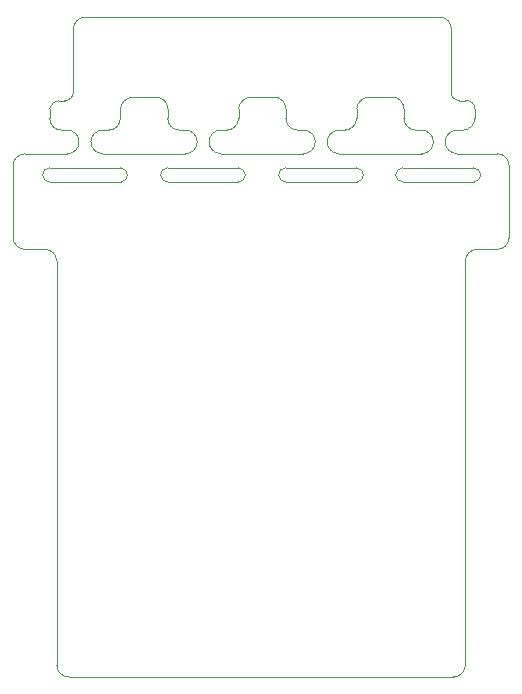
<source format=gbr>
%TF.GenerationSoftware,KiCad,Pcbnew,(6.0.2-0)*%
%TF.CreationDate,2022-10-29T16:02:39+01:00*%
%TF.ProjectId,p3-cellular-module,70332d63-656c-46c7-956c-61722d6d6f64,rev?*%
%TF.SameCoordinates,Original*%
%TF.FileFunction,Profile,NP*%
%FSLAX46Y46*%
G04 Gerber Fmt 4.6, Leading zero omitted, Abs format (unit mm)*
G04 Created by KiCad (PCBNEW (6.0.2-0)) date 2022-10-29 16:02:39*
%MOMM*%
%LPD*%
G01*
G04 APERTURE LIST*
%TA.AperFunction,Profile*%
%ADD10C,0.100000*%
%TD*%
G04 APERTURE END LIST*
D10*
X163600000Y-102600000D02*
G75*
G03*
X163000000Y-102000000I-631915J-31915D01*
G01*
X138100000Y-98807107D02*
X138592893Y-98807107D01*
X163300000Y-108900000D02*
X164992893Y-108900000D01*
X128396447Y-96300000D02*
G75*
G03*
X129096447Y-95536296I26483J678383D01*
G01*
X153081282Y-103200000D02*
X147081282Y-103200000D01*
X166000000Y-101807107D02*
X166000000Y-107907107D01*
X126700000Y-108900000D02*
X125007125Y-108899267D01*
X125000000Y-100807107D02*
X128592893Y-100807107D01*
X153081282Y-103200000D02*
G75*
G03*
X153681282Y-102600000I0J600000D01*
G01*
X158592893Y-100807107D02*
G75*
G03*
X159592893Y-99807107I1J999999D01*
G01*
X156400000Y-102600000D02*
G75*
G03*
X157000000Y-103200000I631915J31915D01*
G01*
X142085786Y-98807106D02*
G75*
G03*
X143092893Y-97807107I4J1007128D01*
G01*
X141600000Y-100800000D02*
X145292893Y-100807107D01*
X145292893Y-100807107D02*
X148592893Y-100807107D01*
X157092893Y-97000000D02*
G75*
G03*
X156192893Y-96000000I-1021689J-14520D01*
G01*
X143092893Y-97807107D02*
X143100000Y-97000000D01*
X147100000Y-97000000D02*
X147092893Y-97807107D01*
X161600000Y-100800000D02*
X165000000Y-100807107D01*
X147092892Y-97807107D02*
G75*
G03*
X148100000Y-98807107I1007104J7129D01*
G01*
X153681282Y-102600000D02*
G75*
G03*
X153081282Y-102000000I-631915J-31915D01*
G01*
X127700000Y-144100000D02*
G75*
G03*
X128700000Y-145100000I999999J-1D01*
G01*
X152085786Y-98807106D02*
G75*
G03*
X153092893Y-97807107I4J1007128D01*
G01*
X143081282Y-103200000D02*
G75*
G03*
X143681282Y-102600000I0J600000D01*
G01*
X161800000Y-96300000D02*
X162300000Y-96300000D01*
X154092893Y-96000000D02*
G75*
G03*
X153092893Y-97000000I136296J-1136296D01*
G01*
X161100000Y-95536296D02*
G75*
G03*
X161800000Y-96300000I673517J-85321D01*
G01*
X129103554Y-90250000D02*
X129096447Y-95536296D01*
X149592893Y-99807107D02*
G75*
G03*
X148592893Y-98807107I-999999J1D01*
G01*
X131600000Y-100800000D02*
X135292893Y-100807107D01*
X127700000Y-144100000D02*
X127700000Y-109900000D01*
X140592894Y-99807107D02*
G75*
G03*
X141600000Y-100800000I1007102J14311D01*
G01*
X133700000Y-102600000D02*
G75*
G03*
X133100000Y-102000000I-631915J-31915D01*
G01*
X124000000Y-107909306D02*
X124000000Y-101807107D01*
X151592893Y-98807107D02*
X152085786Y-98807107D01*
X131592893Y-98807107D02*
G75*
G03*
X130592893Y-99807107I-1J-999999D01*
G01*
X148592893Y-100807107D02*
G75*
G03*
X149592893Y-99807107I1J999999D01*
G01*
X164992893Y-108900000D02*
G75*
G03*
X166000000Y-107907107I1J1007208D01*
G01*
X141592893Y-98807107D02*
X142085786Y-98807107D01*
X137081282Y-102000000D02*
G75*
G03*
X136481282Y-102600000I0J-600000D01*
G01*
X130100000Y-89250000D02*
X160262197Y-89250000D01*
X146192893Y-96000000D02*
X144092893Y-96000000D01*
X138592893Y-100807107D02*
G75*
G03*
X139592893Y-99807107I1J999999D01*
G01*
X154092893Y-96000000D02*
X156192893Y-96000000D01*
X147081282Y-102000000D02*
X153081282Y-102000000D01*
X128592893Y-100807107D02*
G75*
G03*
X129592893Y-99807107I1J999999D01*
G01*
X159592893Y-99807107D02*
G75*
G03*
X158592893Y-98807107I-999999J1D01*
G01*
X151600000Y-100800000D02*
X155292893Y-100807107D01*
X137081282Y-102000000D02*
X143081282Y-102000000D01*
X139592893Y-99807107D02*
G75*
G03*
X138592893Y-98807107I-999999J1D01*
G01*
X127100000Y-102000000D02*
X133100000Y-102000000D01*
X126500000Y-102600000D02*
G75*
G03*
X127100000Y-103200000I631915J31915D01*
G01*
X146481282Y-102600000D02*
G75*
G03*
X147081282Y-103200000I631915J31915D01*
G01*
X137092892Y-97807107D02*
G75*
G03*
X138100000Y-98807107I1007104J7129D01*
G01*
X127092892Y-97807107D02*
G75*
G03*
X128100000Y-98807107I1007104J7129D01*
G01*
X143081282Y-103200000D02*
X137081282Y-103200000D01*
X136481282Y-102600000D02*
G75*
G03*
X137081282Y-103200000I631915J31915D01*
G01*
X137092893Y-97000000D02*
X137092893Y-97807107D01*
X127892893Y-96300000D02*
G75*
G03*
X127100000Y-97000000I60052J-867078D01*
G01*
X125000000Y-100807107D02*
G75*
G03*
X124000000Y-101807107I14416J-1014416D01*
G01*
X141592893Y-98807107D02*
G75*
G03*
X140592893Y-99807107I-1J-999999D01*
G01*
X136192893Y-96000000D02*
X134092893Y-96000000D01*
X161100000Y-90250000D02*
G75*
G03*
X160262197Y-89250000I-951280J53972D01*
G01*
X157092892Y-97807107D02*
G75*
G03*
X158100000Y-98807107I1007104J7129D01*
G01*
X160592894Y-99807107D02*
G75*
G03*
X161600000Y-100800000I1007102J14311D01*
G01*
X129592893Y-99807107D02*
G75*
G03*
X128592893Y-98807107I-999999J1D01*
G01*
X161592893Y-98807107D02*
G75*
G03*
X160592893Y-99807107I-1J-999999D01*
G01*
X133092893Y-97807107D02*
X133092893Y-97000000D01*
X130100000Y-89250000D02*
G75*
G03*
X129103554Y-90250000I11532J-1007943D01*
G01*
X157092893Y-97000000D02*
X157092893Y-97807107D01*
X157000000Y-102000000D02*
G75*
G03*
X156400000Y-102600000I0J-600000D01*
G01*
X151592893Y-98807107D02*
G75*
G03*
X150592893Y-99807107I-1J-999999D01*
G01*
X132085786Y-98807106D02*
G75*
G03*
X133092893Y-97807107I4J1007128D01*
G01*
X135292893Y-100807107D02*
X138592893Y-100807107D01*
X128100000Y-98807107D02*
X128592893Y-98807107D01*
X127892893Y-96300000D02*
X128396447Y-96300000D01*
X163300000Y-108900000D02*
G75*
G03*
X162300000Y-109900000I-1J-999999D01*
G01*
X163000000Y-103200000D02*
G75*
G03*
X163600000Y-102600000I0J600000D01*
G01*
X163000000Y-103200000D02*
X157000000Y-103200000D01*
X147100001Y-97000000D02*
G75*
G03*
X146192893Y-96000000I-1029786J-22704D01*
G01*
X162300000Y-109900000D02*
X162300000Y-144100000D01*
X163100000Y-97000000D02*
G75*
G03*
X162300000Y-96300000I-715135J-10154D01*
G01*
X161100000Y-95536296D02*
X161100000Y-90250000D01*
X153092893Y-97807107D02*
X153092893Y-97000000D01*
X157000000Y-102000000D02*
X163000000Y-102000000D01*
X147081282Y-102000000D02*
G75*
G03*
X146481282Y-102600000I0J-600000D01*
G01*
X155292893Y-100807107D02*
X158592893Y-100807107D01*
X137092893Y-97000000D02*
G75*
G03*
X136192893Y-96000000I-1021689J-14520D01*
G01*
X124000000Y-107909306D02*
G75*
G03*
X125007125Y-108899267I1007121J17309D01*
G01*
X127700000Y-109900000D02*
G75*
G03*
X126700000Y-108900000I-999999J1D01*
G01*
X133100000Y-103200000D02*
X127100000Y-103200000D01*
X148100000Y-98807107D02*
X148592893Y-98807107D01*
X130592894Y-99807107D02*
G75*
G03*
X131600000Y-100800000I1007102J14311D01*
G01*
X161592893Y-98807107D02*
X162092893Y-98807107D01*
X134092893Y-96000000D02*
G75*
G03*
X133092893Y-97000000I136296J-1136296D01*
G01*
X162092893Y-98807106D02*
G75*
G03*
X163100000Y-97807107I4J1007128D01*
G01*
X161300000Y-145100000D02*
G75*
G03*
X162300000Y-144100000I1J999999D01*
G01*
X131592893Y-98807107D02*
X132085786Y-98807107D01*
X144092893Y-96000000D02*
G75*
G03*
X143100000Y-97000000I135197J-1127155D01*
G01*
X127100000Y-97000000D02*
X127092893Y-97807107D01*
X150592894Y-99807107D02*
G75*
G03*
X151600000Y-100800000I1007102J14311D01*
G01*
X133100000Y-103200000D02*
G75*
G03*
X133700000Y-102600000I0J600000D01*
G01*
X163100000Y-97807107D02*
X163100000Y-97000000D01*
X127100000Y-102000000D02*
G75*
G03*
X126500000Y-102600000I0J-600000D01*
G01*
X166000000Y-101807107D02*
G75*
G03*
X165000000Y-100807107I-999999J1D01*
G01*
X143681282Y-102600000D02*
G75*
G03*
X143081282Y-102000000I-631915J-31915D01*
G01*
X128700000Y-145100000D02*
X161300000Y-145100000D01*
X158100000Y-98807107D02*
X158592893Y-98807107D01*
M02*

</source>
